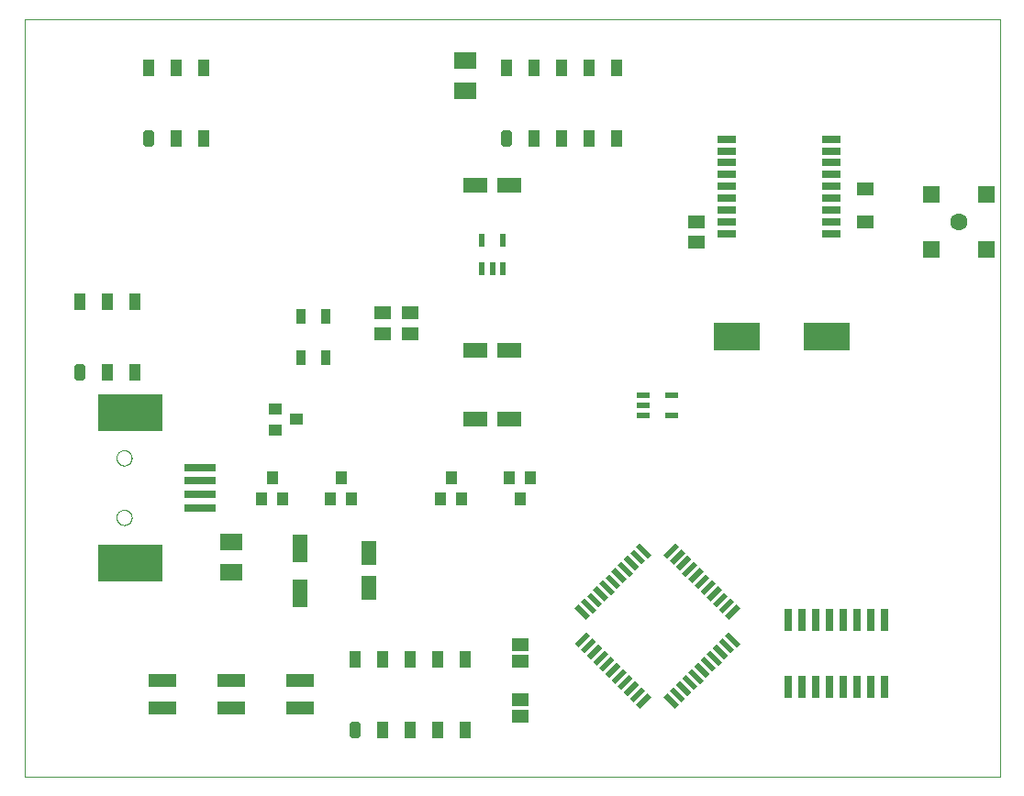
<source format=gtp>
G75*
%MOIN*%
%OFA0B0*%
%FSLAX25Y25*%
%IPPOS*%
%LPD*%
%AMOC8*
5,1,8,0,0,1.08239X$1,22.5*
%
%ADD10C,0.00000*%
%ADD11R,0.05512X0.10236*%
%ADD12R,0.03937X0.04724*%
%ADD13R,0.07874X0.06299*%
%ADD14R,0.10000X0.05000*%
%ADD15R,0.03937X0.05906*%
%ADD16C,0.01969*%
%ADD17R,0.02600X0.08000*%
%ADD18R,0.05906X0.01969*%
%ADD19R,0.01969X0.05906*%
%ADD20R,0.07100X0.02800*%
%ADD21R,0.05906X0.05118*%
%ADD22R,0.06299X0.04724*%
%ADD23R,0.06300X0.04600*%
%ADD24R,0.05512X0.08661*%
%ADD25C,0.06299*%
%ADD26R,0.06299X0.06299*%
%ADD27R,0.02200X0.05000*%
%ADD28R,0.03543X0.05512*%
%ADD29R,0.23780X0.13386*%
%ADD30R,0.11811X0.02756*%
%ADD31R,0.16929X0.09843*%
%ADD32R,0.04724X0.03937*%
%ADD33R,0.05000X0.02200*%
%ADD34R,0.08661X0.05512*%
D10*
X0055902Y0001800D02*
X0055902Y0277391D01*
X0410233Y0277391D01*
X0410233Y0001800D01*
X0055902Y0001800D01*
X0089370Y0096149D02*
X0089372Y0096254D01*
X0089378Y0096359D01*
X0089388Y0096463D01*
X0089402Y0096567D01*
X0089420Y0096671D01*
X0089442Y0096773D01*
X0089467Y0096875D01*
X0089497Y0096976D01*
X0089530Y0097075D01*
X0089567Y0097173D01*
X0089608Y0097270D01*
X0089653Y0097365D01*
X0089701Y0097458D01*
X0089752Y0097550D01*
X0089808Y0097639D01*
X0089866Y0097726D01*
X0089928Y0097811D01*
X0089992Y0097894D01*
X0090060Y0097974D01*
X0090131Y0098051D01*
X0090205Y0098125D01*
X0090282Y0098197D01*
X0090361Y0098266D01*
X0090443Y0098331D01*
X0090527Y0098394D01*
X0090614Y0098453D01*
X0090703Y0098509D01*
X0090794Y0098562D01*
X0090887Y0098611D01*
X0090981Y0098656D01*
X0091077Y0098698D01*
X0091175Y0098736D01*
X0091274Y0098770D01*
X0091375Y0098801D01*
X0091476Y0098827D01*
X0091579Y0098850D01*
X0091682Y0098869D01*
X0091786Y0098884D01*
X0091890Y0098895D01*
X0091995Y0098902D01*
X0092100Y0098905D01*
X0092205Y0098904D01*
X0092310Y0098899D01*
X0092414Y0098890D01*
X0092518Y0098877D01*
X0092622Y0098860D01*
X0092725Y0098839D01*
X0092827Y0098814D01*
X0092928Y0098786D01*
X0093027Y0098753D01*
X0093126Y0098717D01*
X0093223Y0098677D01*
X0093318Y0098634D01*
X0093412Y0098586D01*
X0093504Y0098536D01*
X0093594Y0098482D01*
X0093682Y0098424D01*
X0093767Y0098363D01*
X0093850Y0098299D01*
X0093931Y0098232D01*
X0094009Y0098162D01*
X0094084Y0098088D01*
X0094156Y0098013D01*
X0094226Y0097934D01*
X0094292Y0097853D01*
X0094356Y0097769D01*
X0094416Y0097683D01*
X0094472Y0097595D01*
X0094526Y0097504D01*
X0094576Y0097412D01*
X0094622Y0097318D01*
X0094665Y0097222D01*
X0094704Y0097124D01*
X0094739Y0097026D01*
X0094770Y0096925D01*
X0094798Y0096824D01*
X0094822Y0096722D01*
X0094842Y0096619D01*
X0094858Y0096515D01*
X0094870Y0096411D01*
X0094878Y0096306D01*
X0094882Y0096201D01*
X0094882Y0096097D01*
X0094878Y0095992D01*
X0094870Y0095887D01*
X0094858Y0095783D01*
X0094842Y0095679D01*
X0094822Y0095576D01*
X0094798Y0095474D01*
X0094770Y0095373D01*
X0094739Y0095272D01*
X0094704Y0095174D01*
X0094665Y0095076D01*
X0094622Y0094980D01*
X0094576Y0094886D01*
X0094526Y0094794D01*
X0094472Y0094703D01*
X0094416Y0094615D01*
X0094356Y0094529D01*
X0094292Y0094445D01*
X0094226Y0094364D01*
X0094156Y0094285D01*
X0094084Y0094210D01*
X0094009Y0094136D01*
X0093931Y0094066D01*
X0093850Y0093999D01*
X0093767Y0093935D01*
X0093682Y0093874D01*
X0093594Y0093816D01*
X0093504Y0093762D01*
X0093412Y0093712D01*
X0093318Y0093664D01*
X0093223Y0093621D01*
X0093126Y0093581D01*
X0093027Y0093545D01*
X0092928Y0093512D01*
X0092827Y0093484D01*
X0092725Y0093459D01*
X0092622Y0093438D01*
X0092518Y0093421D01*
X0092414Y0093408D01*
X0092310Y0093399D01*
X0092205Y0093394D01*
X0092100Y0093393D01*
X0091995Y0093396D01*
X0091890Y0093403D01*
X0091786Y0093414D01*
X0091682Y0093429D01*
X0091579Y0093448D01*
X0091476Y0093471D01*
X0091375Y0093497D01*
X0091274Y0093528D01*
X0091175Y0093562D01*
X0091077Y0093600D01*
X0090981Y0093642D01*
X0090887Y0093687D01*
X0090794Y0093736D01*
X0090703Y0093789D01*
X0090614Y0093845D01*
X0090527Y0093904D01*
X0090443Y0093967D01*
X0090361Y0094032D01*
X0090282Y0094101D01*
X0090205Y0094173D01*
X0090131Y0094247D01*
X0090060Y0094324D01*
X0089992Y0094404D01*
X0089928Y0094487D01*
X0089866Y0094572D01*
X0089808Y0094659D01*
X0089752Y0094748D01*
X0089701Y0094840D01*
X0089653Y0094933D01*
X0089608Y0095028D01*
X0089567Y0095125D01*
X0089530Y0095223D01*
X0089497Y0095322D01*
X0089467Y0095423D01*
X0089442Y0095525D01*
X0089420Y0095627D01*
X0089402Y0095731D01*
X0089388Y0095835D01*
X0089378Y0095939D01*
X0089372Y0096044D01*
X0089370Y0096149D01*
X0089370Y0117802D02*
X0089372Y0117907D01*
X0089378Y0118012D01*
X0089388Y0118116D01*
X0089402Y0118220D01*
X0089420Y0118324D01*
X0089442Y0118426D01*
X0089467Y0118528D01*
X0089497Y0118629D01*
X0089530Y0118728D01*
X0089567Y0118826D01*
X0089608Y0118923D01*
X0089653Y0119018D01*
X0089701Y0119111D01*
X0089752Y0119203D01*
X0089808Y0119292D01*
X0089866Y0119379D01*
X0089928Y0119464D01*
X0089992Y0119547D01*
X0090060Y0119627D01*
X0090131Y0119704D01*
X0090205Y0119778D01*
X0090282Y0119850D01*
X0090361Y0119919D01*
X0090443Y0119984D01*
X0090527Y0120047D01*
X0090614Y0120106D01*
X0090703Y0120162D01*
X0090794Y0120215D01*
X0090887Y0120264D01*
X0090981Y0120309D01*
X0091077Y0120351D01*
X0091175Y0120389D01*
X0091274Y0120423D01*
X0091375Y0120454D01*
X0091476Y0120480D01*
X0091579Y0120503D01*
X0091682Y0120522D01*
X0091786Y0120537D01*
X0091890Y0120548D01*
X0091995Y0120555D01*
X0092100Y0120558D01*
X0092205Y0120557D01*
X0092310Y0120552D01*
X0092414Y0120543D01*
X0092518Y0120530D01*
X0092622Y0120513D01*
X0092725Y0120492D01*
X0092827Y0120467D01*
X0092928Y0120439D01*
X0093027Y0120406D01*
X0093126Y0120370D01*
X0093223Y0120330D01*
X0093318Y0120287D01*
X0093412Y0120239D01*
X0093504Y0120189D01*
X0093594Y0120135D01*
X0093682Y0120077D01*
X0093767Y0120016D01*
X0093850Y0119952D01*
X0093931Y0119885D01*
X0094009Y0119815D01*
X0094084Y0119741D01*
X0094156Y0119666D01*
X0094226Y0119587D01*
X0094292Y0119506D01*
X0094356Y0119422D01*
X0094416Y0119336D01*
X0094472Y0119248D01*
X0094526Y0119157D01*
X0094576Y0119065D01*
X0094622Y0118971D01*
X0094665Y0118875D01*
X0094704Y0118777D01*
X0094739Y0118679D01*
X0094770Y0118578D01*
X0094798Y0118477D01*
X0094822Y0118375D01*
X0094842Y0118272D01*
X0094858Y0118168D01*
X0094870Y0118064D01*
X0094878Y0117959D01*
X0094882Y0117854D01*
X0094882Y0117750D01*
X0094878Y0117645D01*
X0094870Y0117540D01*
X0094858Y0117436D01*
X0094842Y0117332D01*
X0094822Y0117229D01*
X0094798Y0117127D01*
X0094770Y0117026D01*
X0094739Y0116925D01*
X0094704Y0116827D01*
X0094665Y0116729D01*
X0094622Y0116633D01*
X0094576Y0116539D01*
X0094526Y0116447D01*
X0094472Y0116356D01*
X0094416Y0116268D01*
X0094356Y0116182D01*
X0094292Y0116098D01*
X0094226Y0116017D01*
X0094156Y0115938D01*
X0094084Y0115863D01*
X0094009Y0115789D01*
X0093931Y0115719D01*
X0093850Y0115652D01*
X0093767Y0115588D01*
X0093682Y0115527D01*
X0093594Y0115469D01*
X0093504Y0115415D01*
X0093412Y0115365D01*
X0093318Y0115317D01*
X0093223Y0115274D01*
X0093126Y0115234D01*
X0093027Y0115198D01*
X0092928Y0115165D01*
X0092827Y0115137D01*
X0092725Y0115112D01*
X0092622Y0115091D01*
X0092518Y0115074D01*
X0092414Y0115061D01*
X0092310Y0115052D01*
X0092205Y0115047D01*
X0092100Y0115046D01*
X0091995Y0115049D01*
X0091890Y0115056D01*
X0091786Y0115067D01*
X0091682Y0115082D01*
X0091579Y0115101D01*
X0091476Y0115124D01*
X0091375Y0115150D01*
X0091274Y0115181D01*
X0091175Y0115215D01*
X0091077Y0115253D01*
X0090981Y0115295D01*
X0090887Y0115340D01*
X0090794Y0115389D01*
X0090703Y0115442D01*
X0090614Y0115498D01*
X0090527Y0115557D01*
X0090443Y0115620D01*
X0090361Y0115685D01*
X0090282Y0115754D01*
X0090205Y0115826D01*
X0090131Y0115900D01*
X0090060Y0115977D01*
X0089992Y0116057D01*
X0089928Y0116140D01*
X0089866Y0116225D01*
X0089808Y0116312D01*
X0089752Y0116401D01*
X0089701Y0116493D01*
X0089653Y0116586D01*
X0089608Y0116681D01*
X0089567Y0116778D01*
X0089530Y0116876D01*
X0089497Y0116975D01*
X0089467Y0117076D01*
X0089442Y0117178D01*
X0089420Y0117280D01*
X0089402Y0117384D01*
X0089388Y0117488D01*
X0089378Y0117592D01*
X0089372Y0117697D01*
X0089370Y0117802D01*
D11*
X0155902Y0084871D03*
X0155902Y0068729D03*
D12*
X0149839Y0102863D03*
X0141965Y0102863D03*
X0145902Y0110737D03*
X0166965Y0102863D03*
X0174839Y0102863D03*
X0170902Y0110737D03*
X0206965Y0102863D03*
X0214839Y0102863D03*
X0210902Y0110737D03*
X0231965Y0110737D03*
X0239839Y0110737D03*
X0235902Y0102863D03*
D13*
X0130902Y0087312D03*
X0130902Y0076288D03*
X0215902Y0251288D03*
X0215902Y0262312D03*
D14*
X0155902Y0036800D03*
X0155902Y0026800D03*
X0130902Y0026800D03*
X0130902Y0036800D03*
X0105902Y0036800D03*
X0105902Y0026800D03*
D15*
X0175902Y0044595D03*
X0185902Y0044595D03*
X0195902Y0044595D03*
X0205902Y0044595D03*
X0215902Y0044595D03*
X0215902Y0019005D03*
X0205902Y0019005D03*
X0195902Y0019005D03*
X0185902Y0019005D03*
X0095902Y0149005D03*
X0085902Y0149005D03*
X0085902Y0174595D03*
X0075902Y0174595D03*
X0095902Y0174595D03*
X0110902Y0234005D03*
X0120902Y0234005D03*
X0120902Y0259595D03*
X0110902Y0259595D03*
X0100902Y0259595D03*
X0230902Y0259595D03*
X0240902Y0259595D03*
X0250902Y0259595D03*
X0260902Y0259595D03*
X0270902Y0259595D03*
X0270902Y0234005D03*
X0260902Y0234005D03*
X0250902Y0234005D03*
X0240902Y0234005D03*
D16*
X0229918Y0232036D02*
X0229918Y0235974D01*
X0231886Y0235974D01*
X0231886Y0232036D01*
X0229918Y0232036D01*
X0229918Y0234004D02*
X0231886Y0234004D01*
X0231886Y0235972D02*
X0229918Y0235972D01*
X0099918Y0235974D02*
X0099918Y0232036D01*
X0099918Y0235974D02*
X0101886Y0235974D01*
X0101886Y0232036D01*
X0099918Y0232036D01*
X0099918Y0234004D02*
X0101886Y0234004D01*
X0101886Y0235972D02*
X0099918Y0235972D01*
X0074918Y0150974D02*
X0074918Y0147036D01*
X0074918Y0150974D02*
X0076886Y0150974D01*
X0076886Y0147036D01*
X0074918Y0147036D01*
X0074918Y0149004D02*
X0076886Y0149004D01*
X0076886Y0150972D02*
X0074918Y0150972D01*
X0174918Y0020974D02*
X0174918Y0017036D01*
X0174918Y0020974D02*
X0176886Y0020974D01*
X0176886Y0017036D01*
X0174918Y0017036D01*
X0174918Y0019004D02*
X0176886Y0019004D01*
X0176886Y0020972D02*
X0174918Y0020972D01*
D17*
X0333402Y0034700D03*
X0338402Y0034700D03*
X0343402Y0034700D03*
X0348402Y0034700D03*
X0353402Y0034700D03*
X0358402Y0034700D03*
X0363402Y0034700D03*
X0368402Y0034700D03*
X0368402Y0058900D03*
X0363402Y0058900D03*
X0358402Y0058900D03*
X0353402Y0058900D03*
X0348402Y0058900D03*
X0343402Y0058900D03*
X0338402Y0058900D03*
X0333402Y0058900D03*
D18*
G36*
X0314576Y0049006D02*
X0310401Y0053181D01*
X0311792Y0054572D01*
X0315967Y0050397D01*
X0314576Y0049006D01*
G37*
G36*
X0312349Y0046779D02*
X0308174Y0050954D01*
X0309565Y0052345D01*
X0313740Y0048170D01*
X0312349Y0046779D01*
G37*
G36*
X0310122Y0044552D02*
X0305947Y0048727D01*
X0307338Y0050118D01*
X0311513Y0045943D01*
X0310122Y0044552D01*
G37*
G36*
X0307895Y0042325D02*
X0303720Y0046500D01*
X0305111Y0047891D01*
X0309286Y0043716D01*
X0307895Y0042325D01*
G37*
G36*
X0305668Y0040098D02*
X0301493Y0044273D01*
X0302884Y0045664D01*
X0307059Y0041489D01*
X0305668Y0040098D01*
G37*
G36*
X0303441Y0037870D02*
X0299266Y0042045D01*
X0300657Y0043436D01*
X0304832Y0039261D01*
X0303441Y0037870D01*
G37*
G36*
X0301214Y0035643D02*
X0297039Y0039818D01*
X0298430Y0041209D01*
X0302605Y0037034D01*
X0301214Y0035643D01*
G37*
G36*
X0298987Y0033416D02*
X0294812Y0037591D01*
X0296203Y0038982D01*
X0300378Y0034807D01*
X0298987Y0033416D01*
G37*
G36*
X0296759Y0031189D02*
X0292584Y0035364D01*
X0293975Y0036755D01*
X0298150Y0032580D01*
X0296759Y0031189D01*
G37*
G36*
X0294532Y0028962D02*
X0290357Y0033137D01*
X0291748Y0034528D01*
X0295923Y0030353D01*
X0294532Y0028962D01*
G37*
G36*
X0292305Y0026735D02*
X0288130Y0030910D01*
X0289521Y0032301D01*
X0293696Y0028126D01*
X0292305Y0026735D01*
G37*
G36*
X0260012Y0059028D02*
X0255837Y0063203D01*
X0257228Y0064594D01*
X0261403Y0060419D01*
X0260012Y0059028D01*
G37*
G36*
X0262239Y0061255D02*
X0258064Y0065430D01*
X0259455Y0066821D01*
X0263630Y0062646D01*
X0262239Y0061255D01*
G37*
G36*
X0264466Y0063482D02*
X0260291Y0067657D01*
X0261682Y0069048D01*
X0265857Y0064873D01*
X0264466Y0063482D01*
G37*
G36*
X0266693Y0065709D02*
X0262518Y0069884D01*
X0263909Y0071275D01*
X0268084Y0067100D01*
X0266693Y0065709D01*
G37*
G36*
X0268921Y0067936D02*
X0264746Y0072111D01*
X0266137Y0073502D01*
X0270312Y0069327D01*
X0268921Y0067936D01*
G37*
G36*
X0271148Y0070164D02*
X0266973Y0074339D01*
X0268364Y0075730D01*
X0272539Y0071555D01*
X0271148Y0070164D01*
G37*
G36*
X0273375Y0072391D02*
X0269200Y0076566D01*
X0270591Y0077957D01*
X0274766Y0073782D01*
X0273375Y0072391D01*
G37*
G36*
X0275602Y0074618D02*
X0271427Y0078793D01*
X0272818Y0080184D01*
X0276993Y0076009D01*
X0275602Y0074618D01*
G37*
G36*
X0277829Y0076845D02*
X0273654Y0081020D01*
X0275045Y0082411D01*
X0279220Y0078236D01*
X0277829Y0076845D01*
G37*
G36*
X0280056Y0079072D02*
X0275881Y0083247D01*
X0277272Y0084638D01*
X0281447Y0080463D01*
X0280056Y0079072D01*
G37*
G36*
X0282283Y0081299D02*
X0278108Y0085474D01*
X0279499Y0086865D01*
X0283674Y0082690D01*
X0282283Y0081299D01*
G37*
D19*
G36*
X0289521Y0081299D02*
X0288130Y0082690D01*
X0292305Y0086865D01*
X0293696Y0085474D01*
X0289521Y0081299D01*
G37*
G36*
X0291748Y0079072D02*
X0290357Y0080463D01*
X0294532Y0084638D01*
X0295923Y0083247D01*
X0291748Y0079072D01*
G37*
G36*
X0293975Y0076845D02*
X0292584Y0078236D01*
X0296759Y0082411D01*
X0298150Y0081020D01*
X0293975Y0076845D01*
G37*
G36*
X0296203Y0074618D02*
X0294812Y0076009D01*
X0298987Y0080184D01*
X0300378Y0078793D01*
X0296203Y0074618D01*
G37*
G36*
X0298430Y0072391D02*
X0297039Y0073782D01*
X0301214Y0077957D01*
X0302605Y0076566D01*
X0298430Y0072391D01*
G37*
G36*
X0300657Y0070164D02*
X0299266Y0071555D01*
X0303441Y0075730D01*
X0304832Y0074339D01*
X0300657Y0070164D01*
G37*
G36*
X0302884Y0067936D02*
X0301493Y0069327D01*
X0305668Y0073502D01*
X0307059Y0072111D01*
X0302884Y0067936D01*
G37*
G36*
X0305111Y0065709D02*
X0303720Y0067100D01*
X0307895Y0071275D01*
X0309286Y0069884D01*
X0305111Y0065709D01*
G37*
G36*
X0307338Y0063482D02*
X0305947Y0064873D01*
X0310122Y0069048D01*
X0311513Y0067657D01*
X0307338Y0063482D01*
G37*
G36*
X0309565Y0061255D02*
X0308174Y0062646D01*
X0312349Y0066821D01*
X0313740Y0065430D01*
X0309565Y0061255D01*
G37*
G36*
X0311792Y0059028D02*
X0310401Y0060419D01*
X0314576Y0064594D01*
X0315967Y0063203D01*
X0311792Y0059028D01*
G37*
G36*
X0277272Y0028962D02*
X0275881Y0030353D01*
X0280056Y0034528D01*
X0281447Y0033137D01*
X0277272Y0028962D01*
G37*
G36*
X0279499Y0026735D02*
X0278108Y0028126D01*
X0282283Y0032301D01*
X0283674Y0030910D01*
X0279499Y0026735D01*
G37*
G36*
X0275045Y0031189D02*
X0273654Y0032580D01*
X0277829Y0036755D01*
X0279220Y0035364D01*
X0275045Y0031189D01*
G37*
G36*
X0272818Y0033416D02*
X0271427Y0034807D01*
X0275602Y0038982D01*
X0276993Y0037591D01*
X0272818Y0033416D01*
G37*
G36*
X0270591Y0035643D02*
X0269200Y0037034D01*
X0273375Y0041209D01*
X0274766Y0039818D01*
X0270591Y0035643D01*
G37*
G36*
X0268364Y0037870D02*
X0266973Y0039261D01*
X0271148Y0043436D01*
X0272539Y0042045D01*
X0268364Y0037870D01*
G37*
G36*
X0266137Y0040098D02*
X0264746Y0041489D01*
X0268921Y0045664D01*
X0270312Y0044273D01*
X0266137Y0040098D01*
G37*
G36*
X0263909Y0042325D02*
X0262518Y0043716D01*
X0266693Y0047891D01*
X0268084Y0046500D01*
X0263909Y0042325D01*
G37*
G36*
X0261682Y0044552D02*
X0260291Y0045943D01*
X0264466Y0050118D01*
X0265857Y0048727D01*
X0261682Y0044552D01*
G37*
G36*
X0259455Y0046779D02*
X0258064Y0048170D01*
X0262239Y0052345D01*
X0263630Y0050954D01*
X0259455Y0046779D01*
G37*
G36*
X0257228Y0049006D02*
X0255837Y0050397D01*
X0260012Y0054572D01*
X0261403Y0053181D01*
X0257228Y0049006D01*
G37*
D20*
X0310984Y0199302D03*
X0310984Y0203602D03*
X0310984Y0207902D03*
X0310984Y0212202D03*
X0310984Y0216502D03*
X0310984Y0220802D03*
X0310984Y0225102D03*
X0310984Y0229402D03*
X0310984Y0233702D03*
X0349149Y0233702D03*
X0349149Y0229402D03*
X0349149Y0225102D03*
X0349149Y0220802D03*
X0349149Y0216502D03*
X0349149Y0212202D03*
X0349149Y0207902D03*
X0349149Y0203602D03*
X0349149Y0199302D03*
D21*
X0299954Y0196083D03*
X0299954Y0203564D03*
X0195902Y0170540D03*
X0195902Y0163060D03*
X0185902Y0163060D03*
X0185902Y0170540D03*
D22*
X0361468Y0203642D03*
X0361468Y0215453D03*
D23*
X0235902Y0049800D03*
X0235902Y0043800D03*
X0235902Y0029800D03*
X0235902Y0023800D03*
D24*
X0180902Y0070501D03*
X0180902Y0083099D03*
D25*
X0395433Y0203639D03*
D26*
X0405433Y0193639D03*
X0385433Y0193639D03*
X0385433Y0213639D03*
X0405433Y0213639D03*
D27*
X0229602Y0196900D03*
X0222202Y0196900D03*
X0222202Y0186700D03*
X0225902Y0186700D03*
X0229602Y0186700D03*
D28*
X0165430Y0169280D03*
X0156375Y0169280D03*
X0156375Y0154320D03*
X0165430Y0154320D03*
D29*
X0094409Y0134219D03*
X0094409Y0079731D03*
D30*
X0119685Y0099613D03*
X0119685Y0104534D03*
X0119685Y0109416D03*
X0119685Y0114338D03*
D31*
X0314564Y0161800D03*
X0347241Y0161800D03*
D32*
X0154839Y0131800D03*
X0146965Y0127863D03*
X0146965Y0135737D03*
D33*
X0280802Y0136800D03*
X0280802Y0133100D03*
X0280802Y0140500D03*
X0291002Y0140500D03*
X0291002Y0133100D03*
D34*
X0232201Y0131800D03*
X0219603Y0131800D03*
X0219603Y0156800D03*
X0232201Y0156800D03*
X0232201Y0216800D03*
X0219603Y0216800D03*
M02*

</source>
